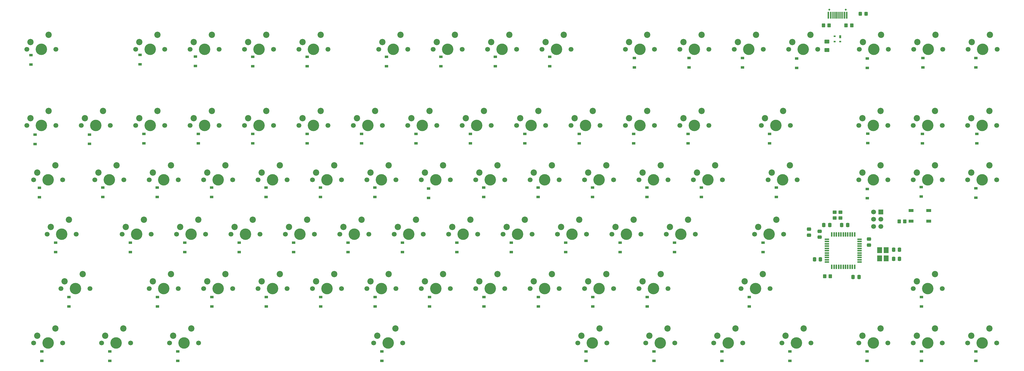
<source format=gbs>
G04 #@! TF.GenerationSoftware,KiCad,Pcbnew,(6.0.10)*
G04 #@! TF.CreationDate,2023-01-08T00:12:10-05:00*
G04 #@! TF.ProjectId,2ndKeyboard,326e644b-6579-4626-9f61-72642e6b6963,rev?*
G04 #@! TF.SameCoordinates,Original*
G04 #@! TF.FileFunction,Soldermask,Bot*
G04 #@! TF.FilePolarity,Negative*
%FSLAX46Y46*%
G04 Gerber Fmt 4.6, Leading zero omitted, Abs format (unit mm)*
G04 Created by KiCad (PCBNEW (6.0.10)) date 2023-01-08 00:12:10*
%MOMM*%
%LPD*%
G01*
G04 APERTURE LIST*
G04 Aperture macros list*
%AMRoundRect*
0 Rectangle with rounded corners*
0 $1 Rounding radius*
0 $2 $3 $4 $5 $6 $7 $8 $9 X,Y pos of 4 corners*
0 Add a 4 corners polygon primitive as box body*
4,1,4,$2,$3,$4,$5,$6,$7,$8,$9,$2,$3,0*
0 Add four circle primitives for the rounded corners*
1,1,$1+$1,$2,$3*
1,1,$1+$1,$4,$5*
1,1,$1+$1,$6,$7*
1,1,$1+$1,$8,$9*
0 Add four rect primitives between the rounded corners*
20,1,$1+$1,$2,$3,$4,$5,0*
20,1,$1+$1,$4,$5,$6,$7,0*
20,1,$1+$1,$6,$7,$8,$9,0*
20,1,$1+$1,$8,$9,$2,$3,0*%
G04 Aperture macros list end*
%ADD10R,0.700000X1.000000*%
%ADD11R,0.700000X0.600000*%
%ADD12C,4.000000*%
%ADD13C,1.700000*%
%ADD14C,2.200000*%
%ADD15R,0.550000X1.500000*%
%ADD16R,1.500000X0.550000*%
%ADD17R,1.200000X0.900000*%
%ADD18RoundRect,0.250000X0.337500X0.475000X-0.337500X0.475000X-0.337500X-0.475000X0.337500X-0.475000X0*%
%ADD19R,1.800000X1.100000*%
%ADD20RoundRect,0.250000X-0.325000X-0.450000X0.325000X-0.450000X0.325000X0.450000X-0.325000X0.450000X0*%
%ADD21R,1.800000X2.100000*%
%ADD22RoundRect,0.250000X-0.350000X-0.450000X0.350000X-0.450000X0.350000X0.450000X-0.350000X0.450000X0*%
%ADD23RoundRect,0.250000X0.350000X0.450000X-0.350000X0.450000X-0.350000X-0.450000X0.350000X-0.450000X0*%
%ADD24RoundRect,0.250001X-0.624999X0.462499X-0.624999X-0.462499X0.624999X-0.462499X0.624999X0.462499X0*%
%ADD25RoundRect,0.250000X0.475000X-0.337500X0.475000X0.337500X-0.475000X0.337500X-0.475000X-0.337500X0*%
%ADD26R,1.700000X1.700000*%
%ADD27R,0.600000X2.450000*%
%ADD28R,0.560000X2.460000*%
%ADD29R,0.300000X2.450000*%
%ADD30R,0.560000X2.450000*%
%ADD31C,0.650000*%
%ADD32RoundRect,0.250000X-0.450000X0.350000X-0.450000X-0.350000X0.450000X-0.350000X0.450000X0.350000X0*%
%ADD33RoundRect,0.250000X-0.337500X-0.475000X0.337500X-0.475000X0.337500X0.475000X-0.337500X0.475000X0*%
%ADD34RoundRect,0.250000X-0.475000X0.337500X-0.475000X-0.337500X0.475000X-0.337500X0.475000X0.337500X0*%
G04 APERTURE END LIST*
D10*
X335270000Y-32120000D03*
D11*
X335270000Y-33820000D03*
X333270000Y-33820000D03*
X333270000Y-31920000D03*
D12*
X319881250Y-139382500D03*
D13*
X314801250Y-139382500D03*
X324961250Y-139382500D03*
D14*
X322421250Y-134302500D03*
X316071250Y-136842500D03*
D12*
X296068750Y-139382500D03*
D13*
X290988750Y-139382500D03*
X301148750Y-139382500D03*
D14*
X298608750Y-134302500D03*
X292258750Y-136842500D03*
D12*
X272252500Y-139392500D03*
D13*
X267172500Y-139392500D03*
X277332500Y-139392500D03*
D14*
X274792500Y-134312500D03*
X268442500Y-136852500D03*
D12*
X248443750Y-139382500D03*
D13*
X243363750Y-139382500D03*
X253523750Y-139382500D03*
D14*
X250983750Y-134302500D03*
X244633750Y-136842500D03*
D12*
X177025300Y-139367300D03*
D13*
X171945300Y-139367300D03*
X182105300Y-139367300D03*
D14*
X179565300Y-134287300D03*
X173215300Y-136827300D03*
D12*
X105568750Y-139382500D03*
D13*
X100488750Y-139382500D03*
X110648750Y-139382500D03*
D14*
X108108750Y-134302500D03*
X101758750Y-136842500D03*
D12*
X81756250Y-139382500D03*
D13*
X76676250Y-139382500D03*
X86836250Y-139382500D03*
D14*
X84296250Y-134302500D03*
X77946250Y-136842500D03*
D12*
X57943750Y-139382500D03*
D13*
X52863750Y-139382500D03*
X63023750Y-139382500D03*
D14*
X60483750Y-134302500D03*
X54133750Y-136842500D03*
D12*
X305593750Y-120332500D03*
D13*
X300513750Y-120332500D03*
X310673750Y-120332500D03*
D14*
X308133750Y-115252500D03*
X301783750Y-117792500D03*
D12*
X67472500Y-120352500D03*
D13*
X62392500Y-120352500D03*
X72552500Y-120352500D03*
D14*
X70012500Y-115272500D03*
X63662500Y-117812500D03*
D12*
X310356250Y-101282500D03*
D13*
X305276250Y-101282500D03*
X315436250Y-101282500D03*
D14*
X312896250Y-96202500D03*
X306546250Y-98742500D03*
D12*
X62706250Y-101282500D03*
D13*
X57626250Y-101282500D03*
X67786250Y-101282500D03*
D14*
X65246250Y-96202500D03*
X58896250Y-98742500D03*
D12*
X315118750Y-82232500D03*
D13*
X310038750Y-82232500D03*
X320198750Y-82232500D03*
D14*
X317658750Y-77152500D03*
X311308750Y-79692500D03*
D12*
X57943750Y-82232500D03*
D13*
X52863750Y-82232500D03*
X63023750Y-82232500D03*
D14*
X60483750Y-77152500D03*
X54133750Y-79692500D03*
D12*
X312712100Y-63192700D03*
D13*
X307632100Y-63192700D03*
X317792100Y-63192700D03*
D14*
X315252100Y-58112700D03*
X308902100Y-60652700D03*
D15*
X332290000Y-101330000D03*
X333090000Y-101330000D03*
X333890000Y-101330000D03*
X334690000Y-101330000D03*
X335490000Y-101330000D03*
X336290000Y-101330000D03*
X337090000Y-101330000D03*
X337890000Y-101330000D03*
X338690000Y-101330000D03*
X339490000Y-101330000D03*
X340290000Y-101330000D03*
D16*
X341990000Y-103030000D03*
X341990000Y-103830000D03*
X341990000Y-104630000D03*
X341990000Y-105430000D03*
X341990000Y-106230000D03*
X341990000Y-107030000D03*
X341990000Y-107830000D03*
X341990000Y-108630000D03*
X341990000Y-109430000D03*
X341990000Y-110230000D03*
X341990000Y-111030000D03*
D15*
X340290000Y-112730000D03*
X339490000Y-112730000D03*
X338690000Y-112730000D03*
X337890000Y-112730000D03*
X337090000Y-112730000D03*
X336290000Y-112730000D03*
X335490000Y-112730000D03*
X334690000Y-112730000D03*
X333890000Y-112730000D03*
X333090000Y-112730000D03*
X332290000Y-112730000D03*
D16*
X330590000Y-111030000D03*
X330590000Y-110230000D03*
X330590000Y-109430000D03*
X330590000Y-108630000D03*
X330590000Y-107830000D03*
X330590000Y-107030000D03*
X330590000Y-106230000D03*
X330590000Y-105430000D03*
X330590000Y-104630000D03*
X330590000Y-103830000D03*
X330590000Y-103030000D03*
D14*
X132715000Y-79692500D03*
X139065000Y-77152500D03*
D12*
X136525000Y-82232500D03*
D13*
X131445000Y-82232500D03*
X141605000Y-82232500D03*
D14*
X223202500Y-60642500D03*
X229552500Y-58102500D03*
D12*
X227012500Y-63182500D03*
D13*
X232092500Y-63182500D03*
X221932500Y-63182500D03*
D14*
X299402500Y-33972500D03*
X305752500Y-31432500D03*
D13*
X308292500Y-36512500D03*
D12*
X303212500Y-36512500D03*
D13*
X298132500Y-36512500D03*
D14*
X123190000Y-98742500D03*
X129540000Y-96202500D03*
D13*
X121920000Y-101282500D03*
X132080000Y-101282500D03*
D12*
X127000000Y-101282500D03*
D14*
X362108750Y-60642500D03*
X368458750Y-58102500D03*
D13*
X360838750Y-63182500D03*
X370998750Y-63182500D03*
D12*
X365918750Y-63182500D03*
D14*
X189865000Y-79692500D03*
X196215000Y-77152500D03*
D12*
X193675000Y-82232500D03*
D13*
X188595000Y-82232500D03*
X198755000Y-82232500D03*
D14*
X127952500Y-33972500D03*
X134302500Y-31432500D03*
D13*
X126682500Y-36512500D03*
X136842500Y-36512500D03*
D12*
X131762500Y-36512500D03*
D14*
X113665000Y-117792500D03*
X120015000Y-115252500D03*
D12*
X117475000Y-120332500D03*
D13*
X122555000Y-120332500D03*
X112395000Y-120332500D03*
D14*
X266065000Y-117792500D03*
X272415000Y-115252500D03*
D13*
X264795000Y-120332500D03*
D12*
X269875000Y-120332500D03*
D13*
X274955000Y-120332500D03*
D14*
X227965000Y-79692500D03*
X234315000Y-77152500D03*
D12*
X231775000Y-82232500D03*
D13*
X226695000Y-82232500D03*
X236855000Y-82232500D03*
D14*
X343217500Y-33972500D03*
X349567500Y-31432500D03*
D12*
X347027500Y-36512500D03*
D13*
X341947500Y-36512500D03*
X352107500Y-36512500D03*
D14*
X147002500Y-33972500D03*
X153352500Y-31432500D03*
D13*
X155892500Y-36512500D03*
X145732500Y-36512500D03*
D12*
X150812500Y-36512500D03*
D14*
X242252500Y-60642500D03*
X248602500Y-58102500D03*
D13*
X240982500Y-63182500D03*
X251142500Y-63182500D03*
D12*
X246062500Y-63182500D03*
D14*
X108902500Y-33972500D03*
X115252500Y-31432500D03*
D13*
X107632500Y-36512500D03*
X117792500Y-36512500D03*
D12*
X112712500Y-36512500D03*
D14*
X362108750Y-136842500D03*
X368458750Y-134302500D03*
D13*
X370998750Y-139382500D03*
D12*
X365918750Y-139382500D03*
D13*
X360838750Y-139382500D03*
D14*
X151765000Y-79692500D03*
X158115000Y-77152500D03*
D13*
X150495000Y-82232500D03*
D12*
X155575000Y-82232500D03*
D13*
X160655000Y-82232500D03*
D14*
X232092500Y-33972500D03*
X238442500Y-31432500D03*
D13*
X230822500Y-36512500D03*
X240982500Y-36512500D03*
D12*
X235902500Y-36512500D03*
D14*
X193992500Y-33972500D03*
X200342500Y-31432500D03*
D13*
X202882500Y-36512500D03*
X192722500Y-36512500D03*
D12*
X197802500Y-36512500D03*
D14*
X127952500Y-60642500D03*
X134302500Y-58102500D03*
D13*
X126682500Y-63182500D03*
X136842500Y-63182500D03*
D12*
X131762500Y-63182500D03*
D14*
X108902500Y-60642500D03*
X115252500Y-58102500D03*
D13*
X107632500Y-63182500D03*
D12*
X112712500Y-63182500D03*
D13*
X117792500Y-63182500D03*
D14*
X275590000Y-98742500D03*
X281940000Y-96202500D03*
D12*
X279400000Y-101282500D03*
D13*
X284480000Y-101282500D03*
X274320000Y-101282500D03*
D14*
X247015000Y-79692500D03*
X253365000Y-77152500D03*
D12*
X250825000Y-82232500D03*
D13*
X245745000Y-82232500D03*
X255905000Y-82232500D03*
D14*
X256540000Y-98742500D03*
X262890000Y-96202500D03*
D13*
X255270000Y-101282500D03*
X265430000Y-101282500D03*
D12*
X260350000Y-101282500D03*
D14*
X113665000Y-79692500D03*
X120015000Y-77152500D03*
D13*
X122555000Y-82232500D03*
X112395000Y-82232500D03*
D12*
X117475000Y-82232500D03*
D14*
X381158750Y-136842500D03*
X387508750Y-134302500D03*
D13*
X379888750Y-139382500D03*
X390048750Y-139382500D03*
D12*
X384968750Y-139382500D03*
D14*
X280352500Y-33972500D03*
X286702500Y-31432500D03*
D12*
X284162500Y-36512500D03*
D13*
X289242500Y-36512500D03*
X279082500Y-36512500D03*
D14*
X142240000Y-98742500D03*
X148590000Y-96202500D03*
D12*
X146050000Y-101282500D03*
D13*
X151130000Y-101282500D03*
X140970000Y-101282500D03*
D14*
X85090000Y-98742500D03*
X91440000Y-96202500D03*
D12*
X88900000Y-101282500D03*
D13*
X83820000Y-101282500D03*
X93980000Y-101282500D03*
D14*
X104140000Y-98742500D03*
X110490000Y-96202500D03*
D13*
X113030000Y-101282500D03*
X102870000Y-101282500D03*
D12*
X107950000Y-101282500D03*
D14*
X132715000Y-117792500D03*
X139065000Y-115252500D03*
D13*
X131445000Y-120332500D03*
X141605000Y-120332500D03*
D12*
X136525000Y-120332500D03*
D14*
X343058750Y-79692500D03*
X349408750Y-77152500D03*
D12*
X346868750Y-82232500D03*
D13*
X351948750Y-82232500D03*
X341788750Y-82232500D03*
D14*
X227965000Y-117792500D03*
X234315000Y-115252500D03*
D12*
X231775000Y-120332500D03*
D13*
X226695000Y-120332500D03*
X236855000Y-120332500D03*
D14*
X285115000Y-79692500D03*
X291465000Y-77152500D03*
D12*
X288925000Y-82232500D03*
D13*
X283845000Y-82232500D03*
X294005000Y-82232500D03*
D14*
X362267500Y-33972500D03*
X368617500Y-31432500D03*
D13*
X360997500Y-36512500D03*
X371157500Y-36512500D03*
D12*
X366077500Y-36512500D03*
D14*
X318452500Y-33972500D03*
X324802500Y-31432500D03*
D13*
X317182500Y-36512500D03*
X327342500Y-36512500D03*
D12*
X322262500Y-36512500D03*
D14*
X89852500Y-33972500D03*
X96202500Y-31432500D03*
D13*
X88582500Y-36512500D03*
D12*
X93662500Y-36512500D03*
D13*
X98742500Y-36512500D03*
D14*
X161290000Y-98742500D03*
X167640000Y-96202500D03*
D12*
X165100000Y-101282500D03*
D13*
X170180000Y-101282500D03*
X160020000Y-101282500D03*
D14*
X189865000Y-117792500D03*
X196215000Y-115252500D03*
D12*
X193675000Y-120332500D03*
D13*
X198755000Y-120332500D03*
X188595000Y-120332500D03*
D14*
X199390000Y-98742500D03*
X205740000Y-96202500D03*
D12*
X203200000Y-101282500D03*
D13*
X208280000Y-101282500D03*
X198120000Y-101282500D03*
D14*
X166052500Y-60642500D03*
X172402500Y-58102500D03*
D12*
X169862500Y-63182500D03*
D13*
X164782500Y-63182500D03*
X174942500Y-63182500D03*
D14*
X208915000Y-79692500D03*
X215265000Y-77152500D03*
D13*
X207645000Y-82232500D03*
X217805000Y-82232500D03*
D12*
X212725000Y-82232500D03*
D14*
X381158750Y-60642500D03*
X387508750Y-58102500D03*
D13*
X379888750Y-63182500D03*
D12*
X384968750Y-63182500D03*
D13*
X390048750Y-63182500D03*
D14*
X147002500Y-60642500D03*
X153352500Y-58102500D03*
D12*
X150812500Y-63182500D03*
D13*
X155892500Y-63182500D03*
X145732500Y-63182500D03*
D14*
X266065000Y-79692500D03*
X272415000Y-77152500D03*
D12*
X269875000Y-82232500D03*
D13*
X274955000Y-82232500D03*
X264795000Y-82232500D03*
D14*
X170815000Y-117792500D03*
X177165000Y-115252500D03*
D12*
X174625000Y-120332500D03*
D13*
X169545000Y-120332500D03*
X179705000Y-120332500D03*
D14*
X89852500Y-60642500D03*
X96202500Y-58102500D03*
D13*
X98742500Y-63182500D03*
X88582500Y-63182500D03*
D12*
X93662500Y-63182500D03*
D14*
X151765000Y-117792500D03*
X158115000Y-115252500D03*
D12*
X155575000Y-120332500D03*
D13*
X150495000Y-120332500D03*
X160655000Y-120332500D03*
D14*
X70802500Y-60642500D03*
X77152500Y-58102500D03*
D13*
X79692500Y-63182500D03*
D12*
X74612500Y-63182500D03*
D13*
X69532500Y-63182500D03*
D14*
X94615000Y-117792500D03*
X100965000Y-115252500D03*
D12*
X98425000Y-120332500D03*
D13*
X93345000Y-120332500D03*
X103505000Y-120332500D03*
D14*
X218440000Y-98742500D03*
X224790000Y-96202500D03*
D13*
X227330000Y-101282500D03*
X217170000Y-101282500D03*
D12*
X222250000Y-101282500D03*
D14*
X75565000Y-79692500D03*
X81915000Y-77152500D03*
D13*
X74295000Y-82232500D03*
D12*
X79375000Y-82232500D03*
D13*
X84455000Y-82232500D03*
D14*
X362108750Y-117792500D03*
X368458750Y-115252500D03*
D13*
X360838750Y-120332500D03*
X370998750Y-120332500D03*
D12*
X365918750Y-120332500D03*
D14*
X261302500Y-33972500D03*
X267652500Y-31432500D03*
D13*
X260032500Y-36512500D03*
D12*
X265112500Y-36512500D03*
D13*
X270192500Y-36512500D03*
D14*
X51752500Y-33972500D03*
X58102500Y-31432500D03*
D12*
X55562500Y-36512500D03*
D13*
X60642500Y-36512500D03*
X50482500Y-36512500D03*
D14*
X362108750Y-79692500D03*
X368458750Y-77152500D03*
D12*
X365918750Y-82232500D03*
D13*
X370998750Y-82232500D03*
X360838750Y-82232500D03*
D14*
X170815000Y-79692500D03*
X177165000Y-77152500D03*
D13*
X169545000Y-82232500D03*
X179705000Y-82232500D03*
D12*
X174625000Y-82232500D03*
D14*
X381158750Y-79692500D03*
X387508750Y-77152500D03*
D13*
X379888750Y-82232500D03*
X390048750Y-82232500D03*
D12*
X384968750Y-82232500D03*
D14*
X208915000Y-117792500D03*
X215265000Y-115252500D03*
D12*
X212725000Y-120332500D03*
D13*
X207645000Y-120332500D03*
X217805000Y-120332500D03*
D14*
X185102500Y-60642500D03*
X191452500Y-58102500D03*
D13*
X183832500Y-63182500D03*
X193992500Y-63182500D03*
D12*
X188912500Y-63182500D03*
D14*
X343058750Y-136842500D03*
X349408750Y-134302500D03*
D12*
X346868750Y-139382500D03*
D13*
X341788750Y-139382500D03*
X351948750Y-139382500D03*
D14*
X204152500Y-60642500D03*
X210502500Y-58102500D03*
D13*
X213042500Y-63182500D03*
X202882500Y-63182500D03*
D12*
X207962500Y-63182500D03*
D14*
X213042500Y-33972500D03*
X219392500Y-31432500D03*
D12*
X216852500Y-36512500D03*
D13*
X221932500Y-36512500D03*
X211772500Y-36512500D03*
D14*
X261302500Y-60642500D03*
X267652500Y-58102500D03*
D13*
X260032500Y-63182500D03*
D12*
X265112500Y-63182500D03*
D13*
X270192500Y-63182500D03*
D14*
X381317500Y-33972500D03*
X387667500Y-31432500D03*
D13*
X390207500Y-36512500D03*
D12*
X385127500Y-36512500D03*
D13*
X380047500Y-36512500D03*
D14*
X51752500Y-60642500D03*
X58102500Y-58102500D03*
D12*
X55562500Y-63182500D03*
D13*
X60642500Y-63182500D03*
X50482500Y-63182500D03*
D14*
X343058750Y-60642500D03*
X349408750Y-58102500D03*
D13*
X351948750Y-63182500D03*
X341788750Y-63182500D03*
D12*
X346868750Y-63182500D03*
D14*
X247015000Y-117792500D03*
X253365000Y-115252500D03*
D13*
X255905000Y-120332500D03*
X245745000Y-120332500D03*
D12*
X250825000Y-120332500D03*
D13*
X236220000Y-101282500D03*
X246380000Y-101282500D03*
D12*
X241300000Y-101282500D03*
D14*
X243840000Y-96202500D03*
X237490000Y-98742500D03*
X280352500Y-60642500D03*
X286702500Y-58102500D03*
D13*
X289242500Y-63182500D03*
X279082500Y-63182500D03*
D12*
X284162500Y-63182500D03*
D14*
X180340000Y-98742500D03*
X186690000Y-96202500D03*
D13*
X189230000Y-101282500D03*
X179070000Y-101282500D03*
D12*
X184150000Y-101282500D03*
D14*
X174942500Y-33972500D03*
X181292500Y-31432500D03*
D12*
X178752500Y-36512500D03*
D13*
X173672500Y-36512500D03*
X183832500Y-36512500D03*
D14*
X94615000Y-79692500D03*
X100965000Y-77152500D03*
D13*
X93345000Y-82232500D03*
X103505000Y-82232500D03*
D12*
X98425000Y-82232500D03*
D17*
X77102500Y-84948750D03*
X77102500Y-88248750D03*
X205740000Y-66136250D03*
X205740000Y-69436250D03*
X191452500Y-123286250D03*
X191452500Y-126586250D03*
X317658750Y-142336250D03*
X317658750Y-145636250D03*
X286652500Y-84948750D03*
X286652500Y-88248750D03*
X233521250Y-39148750D03*
X233521250Y-42448750D03*
D18*
X326252500Y-110030000D03*
X328327500Y-110030000D03*
D19*
X360030000Y-96690000D03*
X366230000Y-96690000D03*
X366230000Y-92990000D03*
X360030000Y-92990000D03*
D17*
X382746250Y-39548750D03*
X382746250Y-42848750D03*
X229502500Y-84948750D03*
X229502500Y-88248750D03*
X201040000Y-104236250D03*
X201040000Y-107536250D03*
X248602500Y-123286250D03*
X248602500Y-126586250D03*
X105790000Y-104236250D03*
X105790000Y-107536250D03*
X363696250Y-123286250D03*
X363696250Y-126586250D03*
X79533750Y-142336250D03*
X79533750Y-145636250D03*
X220090000Y-104236250D03*
X220090000Y-107536250D03*
X303371250Y-123286250D03*
X303371250Y-126586250D03*
D20*
X344315000Y-24030000D03*
X342265000Y-24030000D03*
D17*
X54871250Y-84986250D03*
X54871250Y-88286250D03*
X110490000Y-66136250D03*
X110490000Y-69436250D03*
X363596250Y-84786250D03*
X363596250Y-88086250D03*
X186690000Y-66136250D03*
X186690000Y-69436250D03*
D21*
X351352500Y-109717500D03*
X351352500Y-106817500D03*
X349052500Y-106817500D03*
X349052500Y-109717500D03*
D17*
X134302500Y-123286250D03*
X134302500Y-126586250D03*
D18*
X353927500Y-109855000D03*
X356002500Y-109855000D03*
D17*
X258190000Y-104236250D03*
X258190000Y-107536250D03*
D22*
X331790000Y-116030000D03*
X329790000Y-116030000D03*
D17*
X344746250Y-85386250D03*
X344746250Y-88686250D03*
X239140000Y-104236250D03*
X239140000Y-107536250D03*
X172402500Y-123286250D03*
X172402500Y-126586250D03*
X167640000Y-66136250D03*
X167640000Y-69436250D03*
X148590000Y-39148750D03*
X148590000Y-42448750D03*
D18*
X339752500Y-116280000D03*
X341827500Y-116280000D03*
D17*
X143890000Y-104236250D03*
X143890000Y-107536250D03*
X344646250Y-142336250D03*
X344646250Y-145636250D03*
X96152500Y-84948750D03*
X96152500Y-88248750D03*
D23*
X329358750Y-28098750D03*
X331358750Y-28098750D03*
D17*
X270033750Y-142336250D03*
X270033750Y-145636250D03*
X344702500Y-39748750D03*
X344702500Y-43048750D03*
X129540000Y-66136250D03*
X129540000Y-69436250D03*
D24*
X330540000Y-36730000D03*
X330540000Y-33755000D03*
D25*
X345290000Y-102992500D03*
X345290000Y-105067500D03*
D17*
X53340000Y-66342500D03*
X53340000Y-69642500D03*
X263196250Y-39548750D03*
X263196250Y-42848750D03*
X115202500Y-84948750D03*
X115202500Y-88248750D03*
X214471250Y-39148750D03*
X214471250Y-42448750D03*
X90146250Y-38455000D03*
X90146250Y-41755000D03*
D26*
X349430000Y-93430000D03*
D13*
X346890000Y-93430000D03*
X349430000Y-95970000D03*
X346890000Y-95970000D03*
X349430000Y-98510000D03*
X346890000Y-98510000D03*
D17*
X103346250Y-142336250D03*
X103346250Y-145636250D03*
X176371250Y-39148750D03*
X176371250Y-42448750D03*
X364046250Y-66136250D03*
X364046250Y-69436250D03*
X115252500Y-123286250D03*
X115252500Y-126586250D03*
X195421250Y-39148750D03*
X195421250Y-42448750D03*
X267602500Y-84948750D03*
X267602500Y-88248750D03*
X153352500Y-123286250D03*
X153352500Y-126586250D03*
X65246250Y-123286250D03*
X65246250Y-126586250D03*
D27*
X337552500Y-24565000D03*
D28*
X336757500Y-24560000D03*
D29*
X336077500Y-24565000D03*
X335577500Y-24565000D03*
X335077500Y-24565000D03*
X334577500Y-24565000D03*
X334077500Y-24565000D03*
X333577500Y-24565000D03*
X333077500Y-24565000D03*
X332577500Y-24565000D03*
D30*
X331897500Y-24565000D03*
D27*
X331102500Y-24565000D03*
D31*
X337217500Y-22620000D03*
X331437500Y-22620000D03*
D17*
X282296250Y-39548750D03*
X282296250Y-42848750D03*
X277240000Y-104236250D03*
X277240000Y-107536250D03*
X262890000Y-66136250D03*
X262890000Y-69436250D03*
X293846250Y-142336250D03*
X293846250Y-145636250D03*
X210452500Y-84948750D03*
X210452500Y-88248750D03*
X86740000Y-104236250D03*
X86740000Y-107536250D03*
X243840000Y-66136250D03*
X243840000Y-69436250D03*
X229552500Y-123286250D03*
X229552500Y-126586250D03*
D32*
X335290000Y-95560000D03*
X335290000Y-93560000D03*
D17*
X312846250Y-84948750D03*
X312846250Y-88248750D03*
X310515000Y-66136250D03*
X310515000Y-69436250D03*
X382746250Y-85186250D03*
X382746250Y-88486250D03*
D33*
X337827500Y-98030000D03*
X335752500Y-98030000D03*
D17*
X246221250Y-142336250D03*
X246221250Y-145636250D03*
X267652500Y-123286250D03*
X267652500Y-126586250D03*
X124840000Y-104236250D03*
X124840000Y-107536250D03*
X248552500Y-84948750D03*
X248552500Y-88248750D03*
X363696250Y-142336250D03*
X363696250Y-145636250D03*
X383096250Y-66136250D03*
X383096250Y-69436250D03*
X181990000Y-104236250D03*
X181990000Y-107536250D03*
X51952500Y-38505000D03*
X51952500Y-41805000D03*
X300996250Y-39548750D03*
X300996250Y-42848750D03*
D32*
X333246250Y-95560000D03*
X333246250Y-93560000D03*
D17*
X281940000Y-66136250D03*
X281940000Y-69436250D03*
X364152500Y-39548750D03*
X364152500Y-42848750D03*
X96202500Y-123286250D03*
X96202500Y-126586250D03*
D18*
X353927500Y-106680000D03*
X356002500Y-106680000D03*
D17*
X174783750Y-142336250D03*
X174783750Y-145636250D03*
X153302500Y-84948750D03*
X153302500Y-88248750D03*
D22*
X339296250Y-28098750D03*
X337296250Y-28098750D03*
D17*
X344846250Y-66061250D03*
X344846250Y-69361250D03*
X148590000Y-66136250D03*
X148590000Y-69436250D03*
X72390000Y-66336250D03*
X72390000Y-69636250D03*
D33*
X331577500Y-98030000D03*
X329502500Y-98030000D03*
D17*
X129540000Y-39148750D03*
X129540000Y-42448750D03*
X308196250Y-104236250D03*
X308196250Y-107536250D03*
D25*
X328040000Y-100242500D03*
X328040000Y-102317500D03*
D34*
X324290000Y-101567500D03*
X324290000Y-99492500D03*
D17*
X109490000Y-39048750D03*
X109490000Y-42348750D03*
X91440000Y-66136250D03*
X91440000Y-69436250D03*
X319990000Y-39748750D03*
X319990000Y-43048750D03*
X162940000Y-104236250D03*
X162940000Y-107536250D03*
X134252500Y-84948750D03*
X134252500Y-88248750D03*
X60546250Y-104236250D03*
X60546250Y-107536250D03*
X191152500Y-85267500D03*
X191152500Y-88567500D03*
X224790000Y-66136250D03*
X224790000Y-69436250D03*
X55721250Y-142336250D03*
X55721250Y-145636250D03*
X210502500Y-123286250D03*
X210502500Y-126586250D03*
X382746250Y-142336250D03*
X382746250Y-145636250D03*
D23*
X355870000Y-96780000D03*
X357870000Y-96780000D03*
D17*
X172352500Y-84948750D03*
X172352500Y-88248750D03*
M02*

</source>
